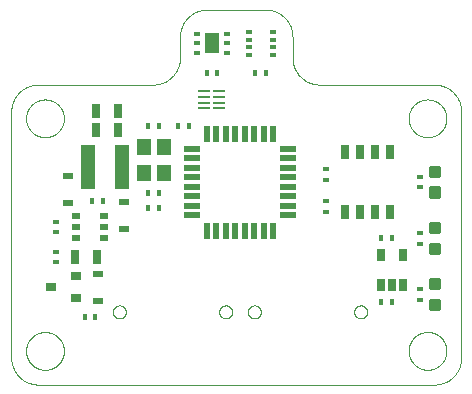
<source format=gtp>
G75*
%MOIN*%
%OFA0B0*%
%FSLAX25Y25*%
%IPPOS*%
%LPD*%
%AMOC8*
5,1,8,0,0,1.08239X$1,22.5*
%
%ADD10C,0.00000*%
%ADD11R,0.01575X0.02362*%
%ADD12R,0.02756X0.05118*%
%ADD13R,0.03268X0.02480*%
%ADD14R,0.04724X0.14567*%
%ADD15R,0.02362X0.01575*%
%ADD16R,0.05709X0.01969*%
%ADD17R,0.01969X0.05709*%
%ADD18R,0.02500X0.05000*%
%ADD19R,0.03150X0.02480*%
%ADD20R,0.04724X0.05512*%
%ADD21R,0.03543X0.03150*%
%ADD22C,0.01181*%
%ADD23R,0.02165X0.01575*%
%ADD24R,0.04921X0.06693*%
%ADD25R,0.01969X0.01378*%
%ADD26R,0.02717X0.03898*%
%ADD27R,0.03937X0.00984*%
D10*
X0014550Y0006924D02*
X0146550Y0006924D01*
X0146767Y0006927D01*
X0146985Y0006935D01*
X0147202Y0006948D01*
X0147419Y0006966D01*
X0147635Y0006990D01*
X0147850Y0007018D01*
X0148065Y0007052D01*
X0148279Y0007092D01*
X0148492Y0007136D01*
X0148704Y0007186D01*
X0148914Y0007240D01*
X0149124Y0007300D01*
X0149331Y0007364D01*
X0149537Y0007434D01*
X0149741Y0007509D01*
X0149944Y0007588D01*
X0150144Y0007673D01*
X0150343Y0007762D01*
X0150539Y0007856D01*
X0150733Y0007955D01*
X0150924Y0008058D01*
X0151113Y0008166D01*
X0151299Y0008279D01*
X0151482Y0008396D01*
X0151663Y0008517D01*
X0151840Y0008643D01*
X0152014Y0008773D01*
X0152186Y0008907D01*
X0152354Y0009045D01*
X0152518Y0009187D01*
X0152679Y0009334D01*
X0152837Y0009484D01*
X0152990Y0009637D01*
X0153140Y0009795D01*
X0153287Y0009956D01*
X0153429Y0010120D01*
X0153567Y0010288D01*
X0153701Y0010460D01*
X0153831Y0010634D01*
X0153957Y0010811D01*
X0154078Y0010992D01*
X0154195Y0011175D01*
X0154308Y0011361D01*
X0154416Y0011550D01*
X0154519Y0011741D01*
X0154618Y0011935D01*
X0154712Y0012131D01*
X0154801Y0012330D01*
X0154886Y0012530D01*
X0154965Y0012733D01*
X0155040Y0012937D01*
X0155110Y0013143D01*
X0155174Y0013350D01*
X0155234Y0013560D01*
X0155288Y0013770D01*
X0155338Y0013982D01*
X0155382Y0014195D01*
X0155422Y0014409D01*
X0155456Y0014624D01*
X0155484Y0014839D01*
X0155508Y0015055D01*
X0155526Y0015272D01*
X0155539Y0015489D01*
X0155547Y0015707D01*
X0155550Y0015924D01*
X0155550Y0097924D01*
X0155547Y0098141D01*
X0155539Y0098359D01*
X0155526Y0098576D01*
X0155508Y0098793D01*
X0155484Y0099009D01*
X0155456Y0099224D01*
X0155422Y0099439D01*
X0155382Y0099653D01*
X0155338Y0099866D01*
X0155288Y0100078D01*
X0155234Y0100288D01*
X0155174Y0100498D01*
X0155110Y0100705D01*
X0155040Y0100911D01*
X0154965Y0101115D01*
X0154886Y0101318D01*
X0154801Y0101518D01*
X0154712Y0101717D01*
X0154618Y0101913D01*
X0154519Y0102107D01*
X0154416Y0102298D01*
X0154308Y0102487D01*
X0154195Y0102673D01*
X0154078Y0102856D01*
X0153957Y0103037D01*
X0153831Y0103214D01*
X0153701Y0103388D01*
X0153567Y0103560D01*
X0153429Y0103728D01*
X0153287Y0103892D01*
X0153140Y0104053D01*
X0152990Y0104211D01*
X0152837Y0104364D01*
X0152679Y0104514D01*
X0152518Y0104661D01*
X0152354Y0104803D01*
X0152186Y0104941D01*
X0152014Y0105075D01*
X0151840Y0105205D01*
X0151663Y0105331D01*
X0151482Y0105452D01*
X0151299Y0105569D01*
X0151113Y0105682D01*
X0150924Y0105790D01*
X0150733Y0105893D01*
X0150539Y0105992D01*
X0150343Y0106086D01*
X0150144Y0106175D01*
X0149944Y0106260D01*
X0149741Y0106339D01*
X0149537Y0106414D01*
X0149331Y0106484D01*
X0149124Y0106548D01*
X0148914Y0106608D01*
X0148704Y0106662D01*
X0148492Y0106712D01*
X0148279Y0106756D01*
X0148065Y0106796D01*
X0147850Y0106830D01*
X0147635Y0106858D01*
X0147419Y0106882D01*
X0147202Y0106900D01*
X0146985Y0106913D01*
X0146767Y0106921D01*
X0146550Y0106924D01*
X0108300Y0106924D01*
X0108083Y0106927D01*
X0107865Y0106935D01*
X0107648Y0106948D01*
X0107431Y0106966D01*
X0107215Y0106990D01*
X0107000Y0107018D01*
X0106785Y0107052D01*
X0106571Y0107092D01*
X0106358Y0107136D01*
X0106146Y0107186D01*
X0105936Y0107240D01*
X0105726Y0107300D01*
X0105519Y0107364D01*
X0105313Y0107434D01*
X0105109Y0107509D01*
X0104906Y0107588D01*
X0104706Y0107673D01*
X0104507Y0107762D01*
X0104311Y0107856D01*
X0104117Y0107955D01*
X0103926Y0108058D01*
X0103737Y0108166D01*
X0103551Y0108279D01*
X0103368Y0108396D01*
X0103187Y0108517D01*
X0103010Y0108643D01*
X0102836Y0108773D01*
X0102664Y0108907D01*
X0102496Y0109045D01*
X0102332Y0109187D01*
X0102171Y0109334D01*
X0102013Y0109484D01*
X0101860Y0109637D01*
X0101710Y0109795D01*
X0101563Y0109956D01*
X0101421Y0110120D01*
X0101283Y0110288D01*
X0101149Y0110460D01*
X0101019Y0110634D01*
X0100893Y0110811D01*
X0100772Y0110992D01*
X0100655Y0111175D01*
X0100542Y0111361D01*
X0100434Y0111550D01*
X0100331Y0111741D01*
X0100232Y0111935D01*
X0100138Y0112131D01*
X0100049Y0112330D01*
X0099964Y0112530D01*
X0099885Y0112733D01*
X0099810Y0112937D01*
X0099740Y0113143D01*
X0099676Y0113350D01*
X0099616Y0113560D01*
X0099562Y0113770D01*
X0099512Y0113982D01*
X0099468Y0114195D01*
X0099428Y0114409D01*
X0099394Y0114624D01*
X0099366Y0114839D01*
X0099342Y0115055D01*
X0099324Y0115272D01*
X0099311Y0115489D01*
X0099303Y0115707D01*
X0099300Y0115924D01*
X0099300Y0122924D01*
X0099297Y0123141D01*
X0099289Y0123359D01*
X0099276Y0123576D01*
X0099258Y0123793D01*
X0099234Y0124009D01*
X0099206Y0124224D01*
X0099172Y0124439D01*
X0099132Y0124653D01*
X0099088Y0124866D01*
X0099038Y0125078D01*
X0098984Y0125288D01*
X0098924Y0125498D01*
X0098860Y0125705D01*
X0098790Y0125911D01*
X0098715Y0126115D01*
X0098636Y0126318D01*
X0098551Y0126518D01*
X0098462Y0126717D01*
X0098368Y0126913D01*
X0098269Y0127107D01*
X0098166Y0127298D01*
X0098058Y0127487D01*
X0097945Y0127673D01*
X0097828Y0127856D01*
X0097707Y0128037D01*
X0097581Y0128214D01*
X0097451Y0128388D01*
X0097317Y0128560D01*
X0097179Y0128728D01*
X0097037Y0128892D01*
X0096890Y0129053D01*
X0096740Y0129211D01*
X0096587Y0129364D01*
X0096429Y0129514D01*
X0096268Y0129661D01*
X0096104Y0129803D01*
X0095936Y0129941D01*
X0095764Y0130075D01*
X0095590Y0130205D01*
X0095413Y0130331D01*
X0095232Y0130452D01*
X0095049Y0130569D01*
X0094863Y0130682D01*
X0094674Y0130790D01*
X0094483Y0130893D01*
X0094289Y0130992D01*
X0094093Y0131086D01*
X0093894Y0131175D01*
X0093694Y0131260D01*
X0093491Y0131339D01*
X0093287Y0131414D01*
X0093081Y0131484D01*
X0092874Y0131548D01*
X0092664Y0131608D01*
X0092454Y0131662D01*
X0092242Y0131712D01*
X0092029Y0131756D01*
X0091815Y0131796D01*
X0091600Y0131830D01*
X0091385Y0131858D01*
X0091169Y0131882D01*
X0090952Y0131900D01*
X0090735Y0131913D01*
X0090517Y0131921D01*
X0090300Y0131924D01*
X0070800Y0131924D01*
X0070583Y0131921D01*
X0070365Y0131913D01*
X0070148Y0131900D01*
X0069931Y0131882D01*
X0069715Y0131858D01*
X0069500Y0131830D01*
X0069285Y0131796D01*
X0069071Y0131756D01*
X0068858Y0131712D01*
X0068646Y0131662D01*
X0068436Y0131608D01*
X0068226Y0131548D01*
X0068019Y0131484D01*
X0067813Y0131414D01*
X0067609Y0131339D01*
X0067406Y0131260D01*
X0067206Y0131175D01*
X0067007Y0131086D01*
X0066811Y0130992D01*
X0066617Y0130893D01*
X0066426Y0130790D01*
X0066237Y0130682D01*
X0066051Y0130569D01*
X0065868Y0130452D01*
X0065687Y0130331D01*
X0065510Y0130205D01*
X0065336Y0130075D01*
X0065164Y0129941D01*
X0064996Y0129803D01*
X0064832Y0129661D01*
X0064671Y0129514D01*
X0064513Y0129364D01*
X0064360Y0129211D01*
X0064210Y0129053D01*
X0064063Y0128892D01*
X0063921Y0128728D01*
X0063783Y0128560D01*
X0063649Y0128388D01*
X0063519Y0128214D01*
X0063393Y0128037D01*
X0063272Y0127856D01*
X0063155Y0127673D01*
X0063042Y0127487D01*
X0062934Y0127298D01*
X0062831Y0127107D01*
X0062732Y0126913D01*
X0062638Y0126717D01*
X0062549Y0126518D01*
X0062464Y0126318D01*
X0062385Y0126115D01*
X0062310Y0125911D01*
X0062240Y0125705D01*
X0062176Y0125498D01*
X0062116Y0125288D01*
X0062062Y0125078D01*
X0062012Y0124866D01*
X0061968Y0124653D01*
X0061928Y0124439D01*
X0061894Y0124224D01*
X0061866Y0124009D01*
X0061842Y0123793D01*
X0061824Y0123576D01*
X0061811Y0123359D01*
X0061803Y0123141D01*
X0061800Y0122924D01*
X0061800Y0115924D01*
X0061797Y0115707D01*
X0061789Y0115489D01*
X0061776Y0115272D01*
X0061758Y0115055D01*
X0061734Y0114839D01*
X0061706Y0114624D01*
X0061672Y0114409D01*
X0061632Y0114195D01*
X0061588Y0113982D01*
X0061538Y0113770D01*
X0061484Y0113560D01*
X0061424Y0113350D01*
X0061360Y0113143D01*
X0061290Y0112937D01*
X0061215Y0112733D01*
X0061136Y0112530D01*
X0061051Y0112330D01*
X0060962Y0112131D01*
X0060868Y0111935D01*
X0060769Y0111741D01*
X0060666Y0111550D01*
X0060558Y0111361D01*
X0060445Y0111175D01*
X0060328Y0110992D01*
X0060207Y0110811D01*
X0060081Y0110634D01*
X0059951Y0110460D01*
X0059817Y0110288D01*
X0059679Y0110120D01*
X0059537Y0109956D01*
X0059390Y0109795D01*
X0059240Y0109637D01*
X0059087Y0109484D01*
X0058929Y0109334D01*
X0058768Y0109187D01*
X0058604Y0109045D01*
X0058436Y0108907D01*
X0058264Y0108773D01*
X0058090Y0108643D01*
X0057913Y0108517D01*
X0057732Y0108396D01*
X0057549Y0108279D01*
X0057363Y0108166D01*
X0057174Y0108058D01*
X0056983Y0107955D01*
X0056789Y0107856D01*
X0056593Y0107762D01*
X0056394Y0107673D01*
X0056194Y0107588D01*
X0055991Y0107509D01*
X0055787Y0107434D01*
X0055581Y0107364D01*
X0055374Y0107300D01*
X0055164Y0107240D01*
X0054954Y0107186D01*
X0054742Y0107136D01*
X0054529Y0107092D01*
X0054315Y0107052D01*
X0054100Y0107018D01*
X0053885Y0106990D01*
X0053669Y0106966D01*
X0053452Y0106948D01*
X0053235Y0106935D01*
X0053017Y0106927D01*
X0052800Y0106924D01*
X0014550Y0106924D01*
X0014333Y0106921D01*
X0014115Y0106913D01*
X0013898Y0106900D01*
X0013681Y0106882D01*
X0013465Y0106858D01*
X0013250Y0106830D01*
X0013035Y0106796D01*
X0012821Y0106756D01*
X0012608Y0106712D01*
X0012396Y0106662D01*
X0012186Y0106608D01*
X0011976Y0106548D01*
X0011769Y0106484D01*
X0011563Y0106414D01*
X0011359Y0106339D01*
X0011156Y0106260D01*
X0010956Y0106175D01*
X0010757Y0106086D01*
X0010561Y0105992D01*
X0010367Y0105893D01*
X0010176Y0105790D01*
X0009987Y0105682D01*
X0009801Y0105569D01*
X0009618Y0105452D01*
X0009437Y0105331D01*
X0009260Y0105205D01*
X0009086Y0105075D01*
X0008914Y0104941D01*
X0008746Y0104803D01*
X0008582Y0104661D01*
X0008421Y0104514D01*
X0008263Y0104364D01*
X0008110Y0104211D01*
X0007960Y0104053D01*
X0007813Y0103892D01*
X0007671Y0103728D01*
X0007533Y0103560D01*
X0007399Y0103388D01*
X0007269Y0103214D01*
X0007143Y0103037D01*
X0007022Y0102856D01*
X0006905Y0102673D01*
X0006792Y0102487D01*
X0006684Y0102298D01*
X0006581Y0102107D01*
X0006482Y0101913D01*
X0006388Y0101717D01*
X0006299Y0101518D01*
X0006214Y0101318D01*
X0006135Y0101115D01*
X0006060Y0100911D01*
X0005990Y0100705D01*
X0005926Y0100498D01*
X0005866Y0100288D01*
X0005812Y0100078D01*
X0005762Y0099866D01*
X0005718Y0099653D01*
X0005678Y0099439D01*
X0005644Y0099224D01*
X0005616Y0099009D01*
X0005592Y0098793D01*
X0005574Y0098576D01*
X0005561Y0098359D01*
X0005553Y0098141D01*
X0005550Y0097924D01*
X0005550Y0015924D01*
X0005553Y0015707D01*
X0005561Y0015489D01*
X0005574Y0015272D01*
X0005592Y0015055D01*
X0005616Y0014839D01*
X0005644Y0014624D01*
X0005678Y0014409D01*
X0005718Y0014195D01*
X0005762Y0013982D01*
X0005812Y0013770D01*
X0005866Y0013560D01*
X0005926Y0013350D01*
X0005990Y0013143D01*
X0006060Y0012937D01*
X0006135Y0012733D01*
X0006214Y0012530D01*
X0006299Y0012330D01*
X0006388Y0012131D01*
X0006482Y0011935D01*
X0006581Y0011741D01*
X0006684Y0011550D01*
X0006792Y0011361D01*
X0006905Y0011175D01*
X0007022Y0010992D01*
X0007143Y0010811D01*
X0007269Y0010634D01*
X0007399Y0010460D01*
X0007533Y0010288D01*
X0007671Y0010120D01*
X0007813Y0009956D01*
X0007960Y0009795D01*
X0008110Y0009637D01*
X0008263Y0009484D01*
X0008421Y0009334D01*
X0008582Y0009187D01*
X0008746Y0009045D01*
X0008914Y0008907D01*
X0009086Y0008773D01*
X0009260Y0008643D01*
X0009437Y0008517D01*
X0009618Y0008396D01*
X0009801Y0008279D01*
X0009987Y0008166D01*
X0010176Y0008058D01*
X0010367Y0007955D01*
X0010561Y0007856D01*
X0010757Y0007762D01*
X0010956Y0007673D01*
X0011156Y0007588D01*
X0011359Y0007509D01*
X0011563Y0007434D01*
X0011769Y0007364D01*
X0011976Y0007300D01*
X0012186Y0007240D01*
X0012396Y0007186D01*
X0012608Y0007136D01*
X0012821Y0007092D01*
X0013035Y0007052D01*
X0013250Y0007018D01*
X0013465Y0006990D01*
X0013681Y0006966D01*
X0013898Y0006948D01*
X0014115Y0006935D01*
X0014333Y0006927D01*
X0014550Y0006924D01*
X0010501Y0018174D02*
X0010503Y0018332D01*
X0010509Y0018490D01*
X0010519Y0018648D01*
X0010533Y0018806D01*
X0010551Y0018963D01*
X0010572Y0019120D01*
X0010598Y0019276D01*
X0010628Y0019432D01*
X0010661Y0019587D01*
X0010699Y0019740D01*
X0010740Y0019893D01*
X0010785Y0020045D01*
X0010834Y0020196D01*
X0010887Y0020345D01*
X0010943Y0020493D01*
X0011003Y0020639D01*
X0011067Y0020784D01*
X0011135Y0020927D01*
X0011206Y0021069D01*
X0011280Y0021209D01*
X0011358Y0021346D01*
X0011440Y0021482D01*
X0011524Y0021616D01*
X0011613Y0021747D01*
X0011704Y0021876D01*
X0011799Y0022003D01*
X0011896Y0022128D01*
X0011997Y0022250D01*
X0012101Y0022369D01*
X0012208Y0022486D01*
X0012318Y0022600D01*
X0012431Y0022711D01*
X0012546Y0022820D01*
X0012664Y0022925D01*
X0012785Y0023027D01*
X0012908Y0023127D01*
X0013034Y0023223D01*
X0013162Y0023316D01*
X0013292Y0023406D01*
X0013425Y0023492D01*
X0013560Y0023576D01*
X0013696Y0023655D01*
X0013835Y0023732D01*
X0013976Y0023804D01*
X0014118Y0023874D01*
X0014262Y0023939D01*
X0014408Y0024001D01*
X0014555Y0024059D01*
X0014704Y0024114D01*
X0014854Y0024165D01*
X0015005Y0024212D01*
X0015157Y0024255D01*
X0015310Y0024294D01*
X0015465Y0024330D01*
X0015620Y0024361D01*
X0015776Y0024389D01*
X0015932Y0024413D01*
X0016089Y0024433D01*
X0016247Y0024449D01*
X0016404Y0024461D01*
X0016563Y0024469D01*
X0016721Y0024473D01*
X0016879Y0024473D01*
X0017037Y0024469D01*
X0017196Y0024461D01*
X0017353Y0024449D01*
X0017511Y0024433D01*
X0017668Y0024413D01*
X0017824Y0024389D01*
X0017980Y0024361D01*
X0018135Y0024330D01*
X0018290Y0024294D01*
X0018443Y0024255D01*
X0018595Y0024212D01*
X0018746Y0024165D01*
X0018896Y0024114D01*
X0019045Y0024059D01*
X0019192Y0024001D01*
X0019338Y0023939D01*
X0019482Y0023874D01*
X0019624Y0023804D01*
X0019765Y0023732D01*
X0019904Y0023655D01*
X0020040Y0023576D01*
X0020175Y0023492D01*
X0020308Y0023406D01*
X0020438Y0023316D01*
X0020566Y0023223D01*
X0020692Y0023127D01*
X0020815Y0023027D01*
X0020936Y0022925D01*
X0021054Y0022820D01*
X0021169Y0022711D01*
X0021282Y0022600D01*
X0021392Y0022486D01*
X0021499Y0022369D01*
X0021603Y0022250D01*
X0021704Y0022128D01*
X0021801Y0022003D01*
X0021896Y0021876D01*
X0021987Y0021747D01*
X0022076Y0021616D01*
X0022160Y0021482D01*
X0022242Y0021346D01*
X0022320Y0021209D01*
X0022394Y0021069D01*
X0022465Y0020927D01*
X0022533Y0020784D01*
X0022597Y0020639D01*
X0022657Y0020493D01*
X0022713Y0020345D01*
X0022766Y0020196D01*
X0022815Y0020045D01*
X0022860Y0019893D01*
X0022901Y0019740D01*
X0022939Y0019587D01*
X0022972Y0019432D01*
X0023002Y0019276D01*
X0023028Y0019120D01*
X0023049Y0018963D01*
X0023067Y0018806D01*
X0023081Y0018648D01*
X0023091Y0018490D01*
X0023097Y0018332D01*
X0023099Y0018174D01*
X0023097Y0018016D01*
X0023091Y0017858D01*
X0023081Y0017700D01*
X0023067Y0017542D01*
X0023049Y0017385D01*
X0023028Y0017228D01*
X0023002Y0017072D01*
X0022972Y0016916D01*
X0022939Y0016761D01*
X0022901Y0016608D01*
X0022860Y0016455D01*
X0022815Y0016303D01*
X0022766Y0016152D01*
X0022713Y0016003D01*
X0022657Y0015855D01*
X0022597Y0015709D01*
X0022533Y0015564D01*
X0022465Y0015421D01*
X0022394Y0015279D01*
X0022320Y0015139D01*
X0022242Y0015002D01*
X0022160Y0014866D01*
X0022076Y0014732D01*
X0021987Y0014601D01*
X0021896Y0014472D01*
X0021801Y0014345D01*
X0021704Y0014220D01*
X0021603Y0014098D01*
X0021499Y0013979D01*
X0021392Y0013862D01*
X0021282Y0013748D01*
X0021169Y0013637D01*
X0021054Y0013528D01*
X0020936Y0013423D01*
X0020815Y0013321D01*
X0020692Y0013221D01*
X0020566Y0013125D01*
X0020438Y0013032D01*
X0020308Y0012942D01*
X0020175Y0012856D01*
X0020040Y0012772D01*
X0019904Y0012693D01*
X0019765Y0012616D01*
X0019624Y0012544D01*
X0019482Y0012474D01*
X0019338Y0012409D01*
X0019192Y0012347D01*
X0019045Y0012289D01*
X0018896Y0012234D01*
X0018746Y0012183D01*
X0018595Y0012136D01*
X0018443Y0012093D01*
X0018290Y0012054D01*
X0018135Y0012018D01*
X0017980Y0011987D01*
X0017824Y0011959D01*
X0017668Y0011935D01*
X0017511Y0011915D01*
X0017353Y0011899D01*
X0017196Y0011887D01*
X0017037Y0011879D01*
X0016879Y0011875D01*
X0016721Y0011875D01*
X0016563Y0011879D01*
X0016404Y0011887D01*
X0016247Y0011899D01*
X0016089Y0011915D01*
X0015932Y0011935D01*
X0015776Y0011959D01*
X0015620Y0011987D01*
X0015465Y0012018D01*
X0015310Y0012054D01*
X0015157Y0012093D01*
X0015005Y0012136D01*
X0014854Y0012183D01*
X0014704Y0012234D01*
X0014555Y0012289D01*
X0014408Y0012347D01*
X0014262Y0012409D01*
X0014118Y0012474D01*
X0013976Y0012544D01*
X0013835Y0012616D01*
X0013696Y0012693D01*
X0013560Y0012772D01*
X0013425Y0012856D01*
X0013292Y0012942D01*
X0013162Y0013032D01*
X0013034Y0013125D01*
X0012908Y0013221D01*
X0012785Y0013321D01*
X0012664Y0013423D01*
X0012546Y0013528D01*
X0012431Y0013637D01*
X0012318Y0013748D01*
X0012208Y0013862D01*
X0012101Y0013979D01*
X0011997Y0014098D01*
X0011896Y0014220D01*
X0011799Y0014345D01*
X0011704Y0014472D01*
X0011613Y0014601D01*
X0011524Y0014732D01*
X0011440Y0014866D01*
X0011358Y0015002D01*
X0011280Y0015139D01*
X0011206Y0015279D01*
X0011135Y0015421D01*
X0011067Y0015564D01*
X0011003Y0015709D01*
X0010943Y0015855D01*
X0010887Y0016003D01*
X0010834Y0016152D01*
X0010785Y0016303D01*
X0010740Y0016455D01*
X0010699Y0016608D01*
X0010661Y0016761D01*
X0010628Y0016916D01*
X0010598Y0017072D01*
X0010572Y0017228D01*
X0010551Y0017385D01*
X0010533Y0017542D01*
X0010519Y0017700D01*
X0010509Y0017858D01*
X0010503Y0018016D01*
X0010501Y0018174D01*
X0039418Y0031156D02*
X0039420Y0031249D01*
X0039426Y0031341D01*
X0039436Y0031433D01*
X0039450Y0031524D01*
X0039467Y0031615D01*
X0039489Y0031705D01*
X0039514Y0031794D01*
X0039543Y0031882D01*
X0039576Y0031968D01*
X0039613Y0032053D01*
X0039653Y0032137D01*
X0039697Y0032218D01*
X0039744Y0032298D01*
X0039794Y0032376D01*
X0039848Y0032451D01*
X0039905Y0032524D01*
X0039965Y0032594D01*
X0040028Y0032662D01*
X0040094Y0032727D01*
X0040162Y0032789D01*
X0040233Y0032849D01*
X0040307Y0032905D01*
X0040383Y0032958D01*
X0040461Y0033007D01*
X0040541Y0033054D01*
X0040623Y0033096D01*
X0040707Y0033136D01*
X0040792Y0033171D01*
X0040879Y0033203D01*
X0040967Y0033232D01*
X0041056Y0033256D01*
X0041146Y0033277D01*
X0041237Y0033293D01*
X0041329Y0033306D01*
X0041421Y0033315D01*
X0041514Y0033320D01*
X0041606Y0033321D01*
X0041699Y0033318D01*
X0041791Y0033311D01*
X0041883Y0033300D01*
X0041974Y0033285D01*
X0042065Y0033267D01*
X0042155Y0033244D01*
X0042243Y0033218D01*
X0042331Y0033188D01*
X0042417Y0033154D01*
X0042501Y0033117D01*
X0042584Y0033075D01*
X0042665Y0033031D01*
X0042745Y0032983D01*
X0042822Y0032932D01*
X0042896Y0032877D01*
X0042969Y0032819D01*
X0043039Y0032759D01*
X0043106Y0032695D01*
X0043170Y0032629D01*
X0043232Y0032559D01*
X0043290Y0032488D01*
X0043345Y0032414D01*
X0043397Y0032337D01*
X0043446Y0032258D01*
X0043492Y0032178D01*
X0043534Y0032095D01*
X0043572Y0032011D01*
X0043607Y0031925D01*
X0043638Y0031838D01*
X0043665Y0031750D01*
X0043688Y0031660D01*
X0043708Y0031570D01*
X0043724Y0031479D01*
X0043736Y0031387D01*
X0043744Y0031295D01*
X0043748Y0031202D01*
X0043748Y0031110D01*
X0043744Y0031017D01*
X0043736Y0030925D01*
X0043724Y0030833D01*
X0043708Y0030742D01*
X0043688Y0030652D01*
X0043665Y0030562D01*
X0043638Y0030474D01*
X0043607Y0030387D01*
X0043572Y0030301D01*
X0043534Y0030217D01*
X0043492Y0030134D01*
X0043446Y0030054D01*
X0043397Y0029975D01*
X0043345Y0029898D01*
X0043290Y0029824D01*
X0043232Y0029753D01*
X0043170Y0029683D01*
X0043106Y0029617D01*
X0043039Y0029553D01*
X0042969Y0029493D01*
X0042896Y0029435D01*
X0042822Y0029380D01*
X0042745Y0029329D01*
X0042666Y0029281D01*
X0042584Y0029237D01*
X0042501Y0029195D01*
X0042417Y0029158D01*
X0042331Y0029124D01*
X0042243Y0029094D01*
X0042155Y0029068D01*
X0042065Y0029045D01*
X0041974Y0029027D01*
X0041883Y0029012D01*
X0041791Y0029001D01*
X0041699Y0028994D01*
X0041606Y0028991D01*
X0041514Y0028992D01*
X0041421Y0028997D01*
X0041329Y0029006D01*
X0041237Y0029019D01*
X0041146Y0029035D01*
X0041056Y0029056D01*
X0040967Y0029080D01*
X0040879Y0029109D01*
X0040792Y0029141D01*
X0040707Y0029176D01*
X0040623Y0029216D01*
X0040541Y0029258D01*
X0040461Y0029305D01*
X0040383Y0029354D01*
X0040307Y0029407D01*
X0040233Y0029463D01*
X0040162Y0029523D01*
X0040094Y0029585D01*
X0040028Y0029650D01*
X0039965Y0029718D01*
X0039905Y0029788D01*
X0039848Y0029861D01*
X0039794Y0029936D01*
X0039744Y0030014D01*
X0039697Y0030094D01*
X0039653Y0030175D01*
X0039613Y0030259D01*
X0039576Y0030344D01*
X0039543Y0030430D01*
X0039514Y0030518D01*
X0039489Y0030607D01*
X0039467Y0030697D01*
X0039450Y0030788D01*
X0039436Y0030879D01*
X0039426Y0030971D01*
X0039420Y0031063D01*
X0039418Y0031156D01*
X0074852Y0031156D02*
X0074854Y0031249D01*
X0074860Y0031341D01*
X0074870Y0031433D01*
X0074884Y0031524D01*
X0074901Y0031615D01*
X0074923Y0031705D01*
X0074948Y0031794D01*
X0074977Y0031882D01*
X0075010Y0031968D01*
X0075047Y0032053D01*
X0075087Y0032137D01*
X0075131Y0032218D01*
X0075178Y0032298D01*
X0075228Y0032376D01*
X0075282Y0032451D01*
X0075339Y0032524D01*
X0075399Y0032594D01*
X0075462Y0032662D01*
X0075528Y0032727D01*
X0075596Y0032789D01*
X0075667Y0032849D01*
X0075741Y0032905D01*
X0075817Y0032958D01*
X0075895Y0033007D01*
X0075975Y0033054D01*
X0076057Y0033096D01*
X0076141Y0033136D01*
X0076226Y0033171D01*
X0076313Y0033203D01*
X0076401Y0033232D01*
X0076490Y0033256D01*
X0076580Y0033277D01*
X0076671Y0033293D01*
X0076763Y0033306D01*
X0076855Y0033315D01*
X0076948Y0033320D01*
X0077040Y0033321D01*
X0077133Y0033318D01*
X0077225Y0033311D01*
X0077317Y0033300D01*
X0077408Y0033285D01*
X0077499Y0033267D01*
X0077589Y0033244D01*
X0077677Y0033218D01*
X0077765Y0033188D01*
X0077851Y0033154D01*
X0077935Y0033117D01*
X0078018Y0033075D01*
X0078099Y0033031D01*
X0078179Y0032983D01*
X0078256Y0032932D01*
X0078330Y0032877D01*
X0078403Y0032819D01*
X0078473Y0032759D01*
X0078540Y0032695D01*
X0078604Y0032629D01*
X0078666Y0032559D01*
X0078724Y0032488D01*
X0078779Y0032414D01*
X0078831Y0032337D01*
X0078880Y0032258D01*
X0078926Y0032178D01*
X0078968Y0032095D01*
X0079006Y0032011D01*
X0079041Y0031925D01*
X0079072Y0031838D01*
X0079099Y0031750D01*
X0079122Y0031660D01*
X0079142Y0031570D01*
X0079158Y0031479D01*
X0079170Y0031387D01*
X0079178Y0031295D01*
X0079182Y0031202D01*
X0079182Y0031110D01*
X0079178Y0031017D01*
X0079170Y0030925D01*
X0079158Y0030833D01*
X0079142Y0030742D01*
X0079122Y0030652D01*
X0079099Y0030562D01*
X0079072Y0030474D01*
X0079041Y0030387D01*
X0079006Y0030301D01*
X0078968Y0030217D01*
X0078926Y0030134D01*
X0078880Y0030054D01*
X0078831Y0029975D01*
X0078779Y0029898D01*
X0078724Y0029824D01*
X0078666Y0029753D01*
X0078604Y0029683D01*
X0078540Y0029617D01*
X0078473Y0029553D01*
X0078403Y0029493D01*
X0078330Y0029435D01*
X0078256Y0029380D01*
X0078179Y0029329D01*
X0078100Y0029281D01*
X0078018Y0029237D01*
X0077935Y0029195D01*
X0077851Y0029158D01*
X0077765Y0029124D01*
X0077677Y0029094D01*
X0077589Y0029068D01*
X0077499Y0029045D01*
X0077408Y0029027D01*
X0077317Y0029012D01*
X0077225Y0029001D01*
X0077133Y0028994D01*
X0077040Y0028991D01*
X0076948Y0028992D01*
X0076855Y0028997D01*
X0076763Y0029006D01*
X0076671Y0029019D01*
X0076580Y0029035D01*
X0076490Y0029056D01*
X0076401Y0029080D01*
X0076313Y0029109D01*
X0076226Y0029141D01*
X0076141Y0029176D01*
X0076057Y0029216D01*
X0075975Y0029258D01*
X0075895Y0029305D01*
X0075817Y0029354D01*
X0075741Y0029407D01*
X0075667Y0029463D01*
X0075596Y0029523D01*
X0075528Y0029585D01*
X0075462Y0029650D01*
X0075399Y0029718D01*
X0075339Y0029788D01*
X0075282Y0029861D01*
X0075228Y0029936D01*
X0075178Y0030014D01*
X0075131Y0030094D01*
X0075087Y0030175D01*
X0075047Y0030259D01*
X0075010Y0030344D01*
X0074977Y0030430D01*
X0074948Y0030518D01*
X0074923Y0030607D01*
X0074901Y0030697D01*
X0074884Y0030788D01*
X0074870Y0030879D01*
X0074860Y0030971D01*
X0074854Y0031063D01*
X0074852Y0031156D01*
X0084418Y0031156D02*
X0084420Y0031249D01*
X0084426Y0031341D01*
X0084436Y0031433D01*
X0084450Y0031524D01*
X0084467Y0031615D01*
X0084489Y0031705D01*
X0084514Y0031794D01*
X0084543Y0031882D01*
X0084576Y0031968D01*
X0084613Y0032053D01*
X0084653Y0032137D01*
X0084697Y0032218D01*
X0084744Y0032298D01*
X0084794Y0032376D01*
X0084848Y0032451D01*
X0084905Y0032524D01*
X0084965Y0032594D01*
X0085028Y0032662D01*
X0085094Y0032727D01*
X0085162Y0032789D01*
X0085233Y0032849D01*
X0085307Y0032905D01*
X0085383Y0032958D01*
X0085461Y0033007D01*
X0085541Y0033054D01*
X0085623Y0033096D01*
X0085707Y0033136D01*
X0085792Y0033171D01*
X0085879Y0033203D01*
X0085967Y0033232D01*
X0086056Y0033256D01*
X0086146Y0033277D01*
X0086237Y0033293D01*
X0086329Y0033306D01*
X0086421Y0033315D01*
X0086514Y0033320D01*
X0086606Y0033321D01*
X0086699Y0033318D01*
X0086791Y0033311D01*
X0086883Y0033300D01*
X0086974Y0033285D01*
X0087065Y0033267D01*
X0087155Y0033244D01*
X0087243Y0033218D01*
X0087331Y0033188D01*
X0087417Y0033154D01*
X0087501Y0033117D01*
X0087584Y0033075D01*
X0087665Y0033031D01*
X0087745Y0032983D01*
X0087822Y0032932D01*
X0087896Y0032877D01*
X0087969Y0032819D01*
X0088039Y0032759D01*
X0088106Y0032695D01*
X0088170Y0032629D01*
X0088232Y0032559D01*
X0088290Y0032488D01*
X0088345Y0032414D01*
X0088397Y0032337D01*
X0088446Y0032258D01*
X0088492Y0032178D01*
X0088534Y0032095D01*
X0088572Y0032011D01*
X0088607Y0031925D01*
X0088638Y0031838D01*
X0088665Y0031750D01*
X0088688Y0031660D01*
X0088708Y0031570D01*
X0088724Y0031479D01*
X0088736Y0031387D01*
X0088744Y0031295D01*
X0088748Y0031202D01*
X0088748Y0031110D01*
X0088744Y0031017D01*
X0088736Y0030925D01*
X0088724Y0030833D01*
X0088708Y0030742D01*
X0088688Y0030652D01*
X0088665Y0030562D01*
X0088638Y0030474D01*
X0088607Y0030387D01*
X0088572Y0030301D01*
X0088534Y0030217D01*
X0088492Y0030134D01*
X0088446Y0030054D01*
X0088397Y0029975D01*
X0088345Y0029898D01*
X0088290Y0029824D01*
X0088232Y0029753D01*
X0088170Y0029683D01*
X0088106Y0029617D01*
X0088039Y0029553D01*
X0087969Y0029493D01*
X0087896Y0029435D01*
X0087822Y0029380D01*
X0087745Y0029329D01*
X0087666Y0029281D01*
X0087584Y0029237D01*
X0087501Y0029195D01*
X0087417Y0029158D01*
X0087331Y0029124D01*
X0087243Y0029094D01*
X0087155Y0029068D01*
X0087065Y0029045D01*
X0086974Y0029027D01*
X0086883Y0029012D01*
X0086791Y0029001D01*
X0086699Y0028994D01*
X0086606Y0028991D01*
X0086514Y0028992D01*
X0086421Y0028997D01*
X0086329Y0029006D01*
X0086237Y0029019D01*
X0086146Y0029035D01*
X0086056Y0029056D01*
X0085967Y0029080D01*
X0085879Y0029109D01*
X0085792Y0029141D01*
X0085707Y0029176D01*
X0085623Y0029216D01*
X0085541Y0029258D01*
X0085461Y0029305D01*
X0085383Y0029354D01*
X0085307Y0029407D01*
X0085233Y0029463D01*
X0085162Y0029523D01*
X0085094Y0029585D01*
X0085028Y0029650D01*
X0084965Y0029718D01*
X0084905Y0029788D01*
X0084848Y0029861D01*
X0084794Y0029936D01*
X0084744Y0030014D01*
X0084697Y0030094D01*
X0084653Y0030175D01*
X0084613Y0030259D01*
X0084576Y0030344D01*
X0084543Y0030430D01*
X0084514Y0030518D01*
X0084489Y0030607D01*
X0084467Y0030697D01*
X0084450Y0030788D01*
X0084436Y0030879D01*
X0084426Y0030971D01*
X0084420Y0031063D01*
X0084418Y0031156D01*
X0119852Y0031156D02*
X0119854Y0031249D01*
X0119860Y0031341D01*
X0119870Y0031433D01*
X0119884Y0031524D01*
X0119901Y0031615D01*
X0119923Y0031705D01*
X0119948Y0031794D01*
X0119977Y0031882D01*
X0120010Y0031968D01*
X0120047Y0032053D01*
X0120087Y0032137D01*
X0120131Y0032218D01*
X0120178Y0032298D01*
X0120228Y0032376D01*
X0120282Y0032451D01*
X0120339Y0032524D01*
X0120399Y0032594D01*
X0120462Y0032662D01*
X0120528Y0032727D01*
X0120596Y0032789D01*
X0120667Y0032849D01*
X0120741Y0032905D01*
X0120817Y0032958D01*
X0120895Y0033007D01*
X0120975Y0033054D01*
X0121057Y0033096D01*
X0121141Y0033136D01*
X0121226Y0033171D01*
X0121313Y0033203D01*
X0121401Y0033232D01*
X0121490Y0033256D01*
X0121580Y0033277D01*
X0121671Y0033293D01*
X0121763Y0033306D01*
X0121855Y0033315D01*
X0121948Y0033320D01*
X0122040Y0033321D01*
X0122133Y0033318D01*
X0122225Y0033311D01*
X0122317Y0033300D01*
X0122408Y0033285D01*
X0122499Y0033267D01*
X0122589Y0033244D01*
X0122677Y0033218D01*
X0122765Y0033188D01*
X0122851Y0033154D01*
X0122935Y0033117D01*
X0123018Y0033075D01*
X0123099Y0033031D01*
X0123179Y0032983D01*
X0123256Y0032932D01*
X0123330Y0032877D01*
X0123403Y0032819D01*
X0123473Y0032759D01*
X0123540Y0032695D01*
X0123604Y0032629D01*
X0123666Y0032559D01*
X0123724Y0032488D01*
X0123779Y0032414D01*
X0123831Y0032337D01*
X0123880Y0032258D01*
X0123926Y0032178D01*
X0123968Y0032095D01*
X0124006Y0032011D01*
X0124041Y0031925D01*
X0124072Y0031838D01*
X0124099Y0031750D01*
X0124122Y0031660D01*
X0124142Y0031570D01*
X0124158Y0031479D01*
X0124170Y0031387D01*
X0124178Y0031295D01*
X0124182Y0031202D01*
X0124182Y0031110D01*
X0124178Y0031017D01*
X0124170Y0030925D01*
X0124158Y0030833D01*
X0124142Y0030742D01*
X0124122Y0030652D01*
X0124099Y0030562D01*
X0124072Y0030474D01*
X0124041Y0030387D01*
X0124006Y0030301D01*
X0123968Y0030217D01*
X0123926Y0030134D01*
X0123880Y0030054D01*
X0123831Y0029975D01*
X0123779Y0029898D01*
X0123724Y0029824D01*
X0123666Y0029753D01*
X0123604Y0029683D01*
X0123540Y0029617D01*
X0123473Y0029553D01*
X0123403Y0029493D01*
X0123330Y0029435D01*
X0123256Y0029380D01*
X0123179Y0029329D01*
X0123100Y0029281D01*
X0123018Y0029237D01*
X0122935Y0029195D01*
X0122851Y0029158D01*
X0122765Y0029124D01*
X0122677Y0029094D01*
X0122589Y0029068D01*
X0122499Y0029045D01*
X0122408Y0029027D01*
X0122317Y0029012D01*
X0122225Y0029001D01*
X0122133Y0028994D01*
X0122040Y0028991D01*
X0121948Y0028992D01*
X0121855Y0028997D01*
X0121763Y0029006D01*
X0121671Y0029019D01*
X0121580Y0029035D01*
X0121490Y0029056D01*
X0121401Y0029080D01*
X0121313Y0029109D01*
X0121226Y0029141D01*
X0121141Y0029176D01*
X0121057Y0029216D01*
X0120975Y0029258D01*
X0120895Y0029305D01*
X0120817Y0029354D01*
X0120741Y0029407D01*
X0120667Y0029463D01*
X0120596Y0029523D01*
X0120528Y0029585D01*
X0120462Y0029650D01*
X0120399Y0029718D01*
X0120339Y0029788D01*
X0120282Y0029861D01*
X0120228Y0029936D01*
X0120178Y0030014D01*
X0120131Y0030094D01*
X0120087Y0030175D01*
X0120047Y0030259D01*
X0120010Y0030344D01*
X0119977Y0030430D01*
X0119948Y0030518D01*
X0119923Y0030607D01*
X0119901Y0030697D01*
X0119884Y0030788D01*
X0119870Y0030879D01*
X0119860Y0030971D01*
X0119854Y0031063D01*
X0119852Y0031156D01*
X0138001Y0018174D02*
X0138003Y0018332D01*
X0138009Y0018490D01*
X0138019Y0018648D01*
X0138033Y0018806D01*
X0138051Y0018963D01*
X0138072Y0019120D01*
X0138098Y0019276D01*
X0138128Y0019432D01*
X0138161Y0019587D01*
X0138199Y0019740D01*
X0138240Y0019893D01*
X0138285Y0020045D01*
X0138334Y0020196D01*
X0138387Y0020345D01*
X0138443Y0020493D01*
X0138503Y0020639D01*
X0138567Y0020784D01*
X0138635Y0020927D01*
X0138706Y0021069D01*
X0138780Y0021209D01*
X0138858Y0021346D01*
X0138940Y0021482D01*
X0139024Y0021616D01*
X0139113Y0021747D01*
X0139204Y0021876D01*
X0139299Y0022003D01*
X0139396Y0022128D01*
X0139497Y0022250D01*
X0139601Y0022369D01*
X0139708Y0022486D01*
X0139818Y0022600D01*
X0139931Y0022711D01*
X0140046Y0022820D01*
X0140164Y0022925D01*
X0140285Y0023027D01*
X0140408Y0023127D01*
X0140534Y0023223D01*
X0140662Y0023316D01*
X0140792Y0023406D01*
X0140925Y0023492D01*
X0141060Y0023576D01*
X0141196Y0023655D01*
X0141335Y0023732D01*
X0141476Y0023804D01*
X0141618Y0023874D01*
X0141762Y0023939D01*
X0141908Y0024001D01*
X0142055Y0024059D01*
X0142204Y0024114D01*
X0142354Y0024165D01*
X0142505Y0024212D01*
X0142657Y0024255D01*
X0142810Y0024294D01*
X0142965Y0024330D01*
X0143120Y0024361D01*
X0143276Y0024389D01*
X0143432Y0024413D01*
X0143589Y0024433D01*
X0143747Y0024449D01*
X0143904Y0024461D01*
X0144063Y0024469D01*
X0144221Y0024473D01*
X0144379Y0024473D01*
X0144537Y0024469D01*
X0144696Y0024461D01*
X0144853Y0024449D01*
X0145011Y0024433D01*
X0145168Y0024413D01*
X0145324Y0024389D01*
X0145480Y0024361D01*
X0145635Y0024330D01*
X0145790Y0024294D01*
X0145943Y0024255D01*
X0146095Y0024212D01*
X0146246Y0024165D01*
X0146396Y0024114D01*
X0146545Y0024059D01*
X0146692Y0024001D01*
X0146838Y0023939D01*
X0146982Y0023874D01*
X0147124Y0023804D01*
X0147265Y0023732D01*
X0147404Y0023655D01*
X0147540Y0023576D01*
X0147675Y0023492D01*
X0147808Y0023406D01*
X0147938Y0023316D01*
X0148066Y0023223D01*
X0148192Y0023127D01*
X0148315Y0023027D01*
X0148436Y0022925D01*
X0148554Y0022820D01*
X0148669Y0022711D01*
X0148782Y0022600D01*
X0148892Y0022486D01*
X0148999Y0022369D01*
X0149103Y0022250D01*
X0149204Y0022128D01*
X0149301Y0022003D01*
X0149396Y0021876D01*
X0149487Y0021747D01*
X0149576Y0021616D01*
X0149660Y0021482D01*
X0149742Y0021346D01*
X0149820Y0021209D01*
X0149894Y0021069D01*
X0149965Y0020927D01*
X0150033Y0020784D01*
X0150097Y0020639D01*
X0150157Y0020493D01*
X0150213Y0020345D01*
X0150266Y0020196D01*
X0150315Y0020045D01*
X0150360Y0019893D01*
X0150401Y0019740D01*
X0150439Y0019587D01*
X0150472Y0019432D01*
X0150502Y0019276D01*
X0150528Y0019120D01*
X0150549Y0018963D01*
X0150567Y0018806D01*
X0150581Y0018648D01*
X0150591Y0018490D01*
X0150597Y0018332D01*
X0150599Y0018174D01*
X0150597Y0018016D01*
X0150591Y0017858D01*
X0150581Y0017700D01*
X0150567Y0017542D01*
X0150549Y0017385D01*
X0150528Y0017228D01*
X0150502Y0017072D01*
X0150472Y0016916D01*
X0150439Y0016761D01*
X0150401Y0016608D01*
X0150360Y0016455D01*
X0150315Y0016303D01*
X0150266Y0016152D01*
X0150213Y0016003D01*
X0150157Y0015855D01*
X0150097Y0015709D01*
X0150033Y0015564D01*
X0149965Y0015421D01*
X0149894Y0015279D01*
X0149820Y0015139D01*
X0149742Y0015002D01*
X0149660Y0014866D01*
X0149576Y0014732D01*
X0149487Y0014601D01*
X0149396Y0014472D01*
X0149301Y0014345D01*
X0149204Y0014220D01*
X0149103Y0014098D01*
X0148999Y0013979D01*
X0148892Y0013862D01*
X0148782Y0013748D01*
X0148669Y0013637D01*
X0148554Y0013528D01*
X0148436Y0013423D01*
X0148315Y0013321D01*
X0148192Y0013221D01*
X0148066Y0013125D01*
X0147938Y0013032D01*
X0147808Y0012942D01*
X0147675Y0012856D01*
X0147540Y0012772D01*
X0147404Y0012693D01*
X0147265Y0012616D01*
X0147124Y0012544D01*
X0146982Y0012474D01*
X0146838Y0012409D01*
X0146692Y0012347D01*
X0146545Y0012289D01*
X0146396Y0012234D01*
X0146246Y0012183D01*
X0146095Y0012136D01*
X0145943Y0012093D01*
X0145790Y0012054D01*
X0145635Y0012018D01*
X0145480Y0011987D01*
X0145324Y0011959D01*
X0145168Y0011935D01*
X0145011Y0011915D01*
X0144853Y0011899D01*
X0144696Y0011887D01*
X0144537Y0011879D01*
X0144379Y0011875D01*
X0144221Y0011875D01*
X0144063Y0011879D01*
X0143904Y0011887D01*
X0143747Y0011899D01*
X0143589Y0011915D01*
X0143432Y0011935D01*
X0143276Y0011959D01*
X0143120Y0011987D01*
X0142965Y0012018D01*
X0142810Y0012054D01*
X0142657Y0012093D01*
X0142505Y0012136D01*
X0142354Y0012183D01*
X0142204Y0012234D01*
X0142055Y0012289D01*
X0141908Y0012347D01*
X0141762Y0012409D01*
X0141618Y0012474D01*
X0141476Y0012544D01*
X0141335Y0012616D01*
X0141196Y0012693D01*
X0141060Y0012772D01*
X0140925Y0012856D01*
X0140792Y0012942D01*
X0140662Y0013032D01*
X0140534Y0013125D01*
X0140408Y0013221D01*
X0140285Y0013321D01*
X0140164Y0013423D01*
X0140046Y0013528D01*
X0139931Y0013637D01*
X0139818Y0013748D01*
X0139708Y0013862D01*
X0139601Y0013979D01*
X0139497Y0014098D01*
X0139396Y0014220D01*
X0139299Y0014345D01*
X0139204Y0014472D01*
X0139113Y0014601D01*
X0139024Y0014732D01*
X0138940Y0014866D01*
X0138858Y0015002D01*
X0138780Y0015139D01*
X0138706Y0015279D01*
X0138635Y0015421D01*
X0138567Y0015564D01*
X0138503Y0015709D01*
X0138443Y0015855D01*
X0138387Y0016003D01*
X0138334Y0016152D01*
X0138285Y0016303D01*
X0138240Y0016455D01*
X0138199Y0016608D01*
X0138161Y0016761D01*
X0138128Y0016916D01*
X0138098Y0017072D01*
X0138072Y0017228D01*
X0138051Y0017385D01*
X0138033Y0017542D01*
X0138019Y0017700D01*
X0138009Y0017858D01*
X0138003Y0018016D01*
X0138001Y0018174D01*
X0138001Y0095674D02*
X0138003Y0095832D01*
X0138009Y0095990D01*
X0138019Y0096148D01*
X0138033Y0096306D01*
X0138051Y0096463D01*
X0138072Y0096620D01*
X0138098Y0096776D01*
X0138128Y0096932D01*
X0138161Y0097087D01*
X0138199Y0097240D01*
X0138240Y0097393D01*
X0138285Y0097545D01*
X0138334Y0097696D01*
X0138387Y0097845D01*
X0138443Y0097993D01*
X0138503Y0098139D01*
X0138567Y0098284D01*
X0138635Y0098427D01*
X0138706Y0098569D01*
X0138780Y0098709D01*
X0138858Y0098846D01*
X0138940Y0098982D01*
X0139024Y0099116D01*
X0139113Y0099247D01*
X0139204Y0099376D01*
X0139299Y0099503D01*
X0139396Y0099628D01*
X0139497Y0099750D01*
X0139601Y0099869D01*
X0139708Y0099986D01*
X0139818Y0100100D01*
X0139931Y0100211D01*
X0140046Y0100320D01*
X0140164Y0100425D01*
X0140285Y0100527D01*
X0140408Y0100627D01*
X0140534Y0100723D01*
X0140662Y0100816D01*
X0140792Y0100906D01*
X0140925Y0100992D01*
X0141060Y0101076D01*
X0141196Y0101155D01*
X0141335Y0101232D01*
X0141476Y0101304D01*
X0141618Y0101374D01*
X0141762Y0101439D01*
X0141908Y0101501D01*
X0142055Y0101559D01*
X0142204Y0101614D01*
X0142354Y0101665D01*
X0142505Y0101712D01*
X0142657Y0101755D01*
X0142810Y0101794D01*
X0142965Y0101830D01*
X0143120Y0101861D01*
X0143276Y0101889D01*
X0143432Y0101913D01*
X0143589Y0101933D01*
X0143747Y0101949D01*
X0143904Y0101961D01*
X0144063Y0101969D01*
X0144221Y0101973D01*
X0144379Y0101973D01*
X0144537Y0101969D01*
X0144696Y0101961D01*
X0144853Y0101949D01*
X0145011Y0101933D01*
X0145168Y0101913D01*
X0145324Y0101889D01*
X0145480Y0101861D01*
X0145635Y0101830D01*
X0145790Y0101794D01*
X0145943Y0101755D01*
X0146095Y0101712D01*
X0146246Y0101665D01*
X0146396Y0101614D01*
X0146545Y0101559D01*
X0146692Y0101501D01*
X0146838Y0101439D01*
X0146982Y0101374D01*
X0147124Y0101304D01*
X0147265Y0101232D01*
X0147404Y0101155D01*
X0147540Y0101076D01*
X0147675Y0100992D01*
X0147808Y0100906D01*
X0147938Y0100816D01*
X0148066Y0100723D01*
X0148192Y0100627D01*
X0148315Y0100527D01*
X0148436Y0100425D01*
X0148554Y0100320D01*
X0148669Y0100211D01*
X0148782Y0100100D01*
X0148892Y0099986D01*
X0148999Y0099869D01*
X0149103Y0099750D01*
X0149204Y0099628D01*
X0149301Y0099503D01*
X0149396Y0099376D01*
X0149487Y0099247D01*
X0149576Y0099116D01*
X0149660Y0098982D01*
X0149742Y0098846D01*
X0149820Y0098709D01*
X0149894Y0098569D01*
X0149965Y0098427D01*
X0150033Y0098284D01*
X0150097Y0098139D01*
X0150157Y0097993D01*
X0150213Y0097845D01*
X0150266Y0097696D01*
X0150315Y0097545D01*
X0150360Y0097393D01*
X0150401Y0097240D01*
X0150439Y0097087D01*
X0150472Y0096932D01*
X0150502Y0096776D01*
X0150528Y0096620D01*
X0150549Y0096463D01*
X0150567Y0096306D01*
X0150581Y0096148D01*
X0150591Y0095990D01*
X0150597Y0095832D01*
X0150599Y0095674D01*
X0150597Y0095516D01*
X0150591Y0095358D01*
X0150581Y0095200D01*
X0150567Y0095042D01*
X0150549Y0094885D01*
X0150528Y0094728D01*
X0150502Y0094572D01*
X0150472Y0094416D01*
X0150439Y0094261D01*
X0150401Y0094108D01*
X0150360Y0093955D01*
X0150315Y0093803D01*
X0150266Y0093652D01*
X0150213Y0093503D01*
X0150157Y0093355D01*
X0150097Y0093209D01*
X0150033Y0093064D01*
X0149965Y0092921D01*
X0149894Y0092779D01*
X0149820Y0092639D01*
X0149742Y0092502D01*
X0149660Y0092366D01*
X0149576Y0092232D01*
X0149487Y0092101D01*
X0149396Y0091972D01*
X0149301Y0091845D01*
X0149204Y0091720D01*
X0149103Y0091598D01*
X0148999Y0091479D01*
X0148892Y0091362D01*
X0148782Y0091248D01*
X0148669Y0091137D01*
X0148554Y0091028D01*
X0148436Y0090923D01*
X0148315Y0090821D01*
X0148192Y0090721D01*
X0148066Y0090625D01*
X0147938Y0090532D01*
X0147808Y0090442D01*
X0147675Y0090356D01*
X0147540Y0090272D01*
X0147404Y0090193D01*
X0147265Y0090116D01*
X0147124Y0090044D01*
X0146982Y0089974D01*
X0146838Y0089909D01*
X0146692Y0089847D01*
X0146545Y0089789D01*
X0146396Y0089734D01*
X0146246Y0089683D01*
X0146095Y0089636D01*
X0145943Y0089593D01*
X0145790Y0089554D01*
X0145635Y0089518D01*
X0145480Y0089487D01*
X0145324Y0089459D01*
X0145168Y0089435D01*
X0145011Y0089415D01*
X0144853Y0089399D01*
X0144696Y0089387D01*
X0144537Y0089379D01*
X0144379Y0089375D01*
X0144221Y0089375D01*
X0144063Y0089379D01*
X0143904Y0089387D01*
X0143747Y0089399D01*
X0143589Y0089415D01*
X0143432Y0089435D01*
X0143276Y0089459D01*
X0143120Y0089487D01*
X0142965Y0089518D01*
X0142810Y0089554D01*
X0142657Y0089593D01*
X0142505Y0089636D01*
X0142354Y0089683D01*
X0142204Y0089734D01*
X0142055Y0089789D01*
X0141908Y0089847D01*
X0141762Y0089909D01*
X0141618Y0089974D01*
X0141476Y0090044D01*
X0141335Y0090116D01*
X0141196Y0090193D01*
X0141060Y0090272D01*
X0140925Y0090356D01*
X0140792Y0090442D01*
X0140662Y0090532D01*
X0140534Y0090625D01*
X0140408Y0090721D01*
X0140285Y0090821D01*
X0140164Y0090923D01*
X0140046Y0091028D01*
X0139931Y0091137D01*
X0139818Y0091248D01*
X0139708Y0091362D01*
X0139601Y0091479D01*
X0139497Y0091598D01*
X0139396Y0091720D01*
X0139299Y0091845D01*
X0139204Y0091972D01*
X0139113Y0092101D01*
X0139024Y0092232D01*
X0138940Y0092366D01*
X0138858Y0092502D01*
X0138780Y0092639D01*
X0138706Y0092779D01*
X0138635Y0092921D01*
X0138567Y0093064D01*
X0138503Y0093209D01*
X0138443Y0093355D01*
X0138387Y0093503D01*
X0138334Y0093652D01*
X0138285Y0093803D01*
X0138240Y0093955D01*
X0138199Y0094108D01*
X0138161Y0094261D01*
X0138128Y0094416D01*
X0138098Y0094572D01*
X0138072Y0094728D01*
X0138051Y0094885D01*
X0138033Y0095042D01*
X0138019Y0095200D01*
X0138009Y0095358D01*
X0138003Y0095516D01*
X0138001Y0095674D01*
X0010501Y0095674D02*
X0010503Y0095832D01*
X0010509Y0095990D01*
X0010519Y0096148D01*
X0010533Y0096306D01*
X0010551Y0096463D01*
X0010572Y0096620D01*
X0010598Y0096776D01*
X0010628Y0096932D01*
X0010661Y0097087D01*
X0010699Y0097240D01*
X0010740Y0097393D01*
X0010785Y0097545D01*
X0010834Y0097696D01*
X0010887Y0097845D01*
X0010943Y0097993D01*
X0011003Y0098139D01*
X0011067Y0098284D01*
X0011135Y0098427D01*
X0011206Y0098569D01*
X0011280Y0098709D01*
X0011358Y0098846D01*
X0011440Y0098982D01*
X0011524Y0099116D01*
X0011613Y0099247D01*
X0011704Y0099376D01*
X0011799Y0099503D01*
X0011896Y0099628D01*
X0011997Y0099750D01*
X0012101Y0099869D01*
X0012208Y0099986D01*
X0012318Y0100100D01*
X0012431Y0100211D01*
X0012546Y0100320D01*
X0012664Y0100425D01*
X0012785Y0100527D01*
X0012908Y0100627D01*
X0013034Y0100723D01*
X0013162Y0100816D01*
X0013292Y0100906D01*
X0013425Y0100992D01*
X0013560Y0101076D01*
X0013696Y0101155D01*
X0013835Y0101232D01*
X0013976Y0101304D01*
X0014118Y0101374D01*
X0014262Y0101439D01*
X0014408Y0101501D01*
X0014555Y0101559D01*
X0014704Y0101614D01*
X0014854Y0101665D01*
X0015005Y0101712D01*
X0015157Y0101755D01*
X0015310Y0101794D01*
X0015465Y0101830D01*
X0015620Y0101861D01*
X0015776Y0101889D01*
X0015932Y0101913D01*
X0016089Y0101933D01*
X0016247Y0101949D01*
X0016404Y0101961D01*
X0016563Y0101969D01*
X0016721Y0101973D01*
X0016879Y0101973D01*
X0017037Y0101969D01*
X0017196Y0101961D01*
X0017353Y0101949D01*
X0017511Y0101933D01*
X0017668Y0101913D01*
X0017824Y0101889D01*
X0017980Y0101861D01*
X0018135Y0101830D01*
X0018290Y0101794D01*
X0018443Y0101755D01*
X0018595Y0101712D01*
X0018746Y0101665D01*
X0018896Y0101614D01*
X0019045Y0101559D01*
X0019192Y0101501D01*
X0019338Y0101439D01*
X0019482Y0101374D01*
X0019624Y0101304D01*
X0019765Y0101232D01*
X0019904Y0101155D01*
X0020040Y0101076D01*
X0020175Y0100992D01*
X0020308Y0100906D01*
X0020438Y0100816D01*
X0020566Y0100723D01*
X0020692Y0100627D01*
X0020815Y0100527D01*
X0020936Y0100425D01*
X0021054Y0100320D01*
X0021169Y0100211D01*
X0021282Y0100100D01*
X0021392Y0099986D01*
X0021499Y0099869D01*
X0021603Y0099750D01*
X0021704Y0099628D01*
X0021801Y0099503D01*
X0021896Y0099376D01*
X0021987Y0099247D01*
X0022076Y0099116D01*
X0022160Y0098982D01*
X0022242Y0098846D01*
X0022320Y0098709D01*
X0022394Y0098569D01*
X0022465Y0098427D01*
X0022533Y0098284D01*
X0022597Y0098139D01*
X0022657Y0097993D01*
X0022713Y0097845D01*
X0022766Y0097696D01*
X0022815Y0097545D01*
X0022860Y0097393D01*
X0022901Y0097240D01*
X0022939Y0097087D01*
X0022972Y0096932D01*
X0023002Y0096776D01*
X0023028Y0096620D01*
X0023049Y0096463D01*
X0023067Y0096306D01*
X0023081Y0096148D01*
X0023091Y0095990D01*
X0023097Y0095832D01*
X0023099Y0095674D01*
X0023097Y0095516D01*
X0023091Y0095358D01*
X0023081Y0095200D01*
X0023067Y0095042D01*
X0023049Y0094885D01*
X0023028Y0094728D01*
X0023002Y0094572D01*
X0022972Y0094416D01*
X0022939Y0094261D01*
X0022901Y0094108D01*
X0022860Y0093955D01*
X0022815Y0093803D01*
X0022766Y0093652D01*
X0022713Y0093503D01*
X0022657Y0093355D01*
X0022597Y0093209D01*
X0022533Y0093064D01*
X0022465Y0092921D01*
X0022394Y0092779D01*
X0022320Y0092639D01*
X0022242Y0092502D01*
X0022160Y0092366D01*
X0022076Y0092232D01*
X0021987Y0092101D01*
X0021896Y0091972D01*
X0021801Y0091845D01*
X0021704Y0091720D01*
X0021603Y0091598D01*
X0021499Y0091479D01*
X0021392Y0091362D01*
X0021282Y0091248D01*
X0021169Y0091137D01*
X0021054Y0091028D01*
X0020936Y0090923D01*
X0020815Y0090821D01*
X0020692Y0090721D01*
X0020566Y0090625D01*
X0020438Y0090532D01*
X0020308Y0090442D01*
X0020175Y0090356D01*
X0020040Y0090272D01*
X0019904Y0090193D01*
X0019765Y0090116D01*
X0019624Y0090044D01*
X0019482Y0089974D01*
X0019338Y0089909D01*
X0019192Y0089847D01*
X0019045Y0089789D01*
X0018896Y0089734D01*
X0018746Y0089683D01*
X0018595Y0089636D01*
X0018443Y0089593D01*
X0018290Y0089554D01*
X0018135Y0089518D01*
X0017980Y0089487D01*
X0017824Y0089459D01*
X0017668Y0089435D01*
X0017511Y0089415D01*
X0017353Y0089399D01*
X0017196Y0089387D01*
X0017037Y0089379D01*
X0016879Y0089375D01*
X0016721Y0089375D01*
X0016563Y0089379D01*
X0016404Y0089387D01*
X0016247Y0089399D01*
X0016089Y0089415D01*
X0015932Y0089435D01*
X0015776Y0089459D01*
X0015620Y0089487D01*
X0015465Y0089518D01*
X0015310Y0089554D01*
X0015157Y0089593D01*
X0015005Y0089636D01*
X0014854Y0089683D01*
X0014704Y0089734D01*
X0014555Y0089789D01*
X0014408Y0089847D01*
X0014262Y0089909D01*
X0014118Y0089974D01*
X0013976Y0090044D01*
X0013835Y0090116D01*
X0013696Y0090193D01*
X0013560Y0090272D01*
X0013425Y0090356D01*
X0013292Y0090442D01*
X0013162Y0090532D01*
X0013034Y0090625D01*
X0012908Y0090721D01*
X0012785Y0090821D01*
X0012664Y0090923D01*
X0012546Y0091028D01*
X0012431Y0091137D01*
X0012318Y0091248D01*
X0012208Y0091362D01*
X0012101Y0091479D01*
X0011997Y0091598D01*
X0011896Y0091720D01*
X0011799Y0091845D01*
X0011704Y0091972D01*
X0011613Y0092101D01*
X0011524Y0092232D01*
X0011440Y0092366D01*
X0011358Y0092502D01*
X0011280Y0092639D01*
X0011206Y0092779D01*
X0011135Y0092921D01*
X0011067Y0093064D01*
X0011003Y0093209D01*
X0010943Y0093355D01*
X0010887Y0093503D01*
X0010834Y0093652D01*
X0010785Y0093803D01*
X0010740Y0093955D01*
X0010699Y0094108D01*
X0010661Y0094261D01*
X0010628Y0094416D01*
X0010598Y0094572D01*
X0010572Y0094728D01*
X0010551Y0094885D01*
X0010533Y0095042D01*
X0010519Y0095200D01*
X0010509Y0095358D01*
X0010503Y0095516D01*
X0010501Y0095674D01*
D11*
X0032528Y0068174D03*
X0036072Y0068174D03*
X0051278Y0065674D03*
X0054822Y0065674D03*
X0054822Y0070674D03*
X0051278Y0070674D03*
X0051278Y0093174D03*
X0054822Y0093174D03*
X0061278Y0093174D03*
X0064822Y0093174D03*
X0070653Y0110674D03*
X0074197Y0110674D03*
X0086903Y0110674D03*
X0090447Y0110674D03*
X0128778Y0055674D03*
X0132322Y0055674D03*
X0132322Y0034424D03*
X0128778Y0034424D03*
X0033572Y0029424D03*
X0030028Y0029424D03*
D12*
X0026810Y0049424D03*
X0034290Y0049424D03*
X0033685Y0091924D03*
X0033685Y0098174D03*
X0041165Y0098174D03*
X0041165Y0091924D03*
D13*
X0024300Y0076452D03*
X0024300Y0067396D03*
X0043050Y0067702D03*
X0043050Y0058646D03*
X0034300Y0043952D03*
X0034300Y0034896D03*
D14*
X0031288Y0079424D03*
X0042312Y0079424D03*
D15*
X0020550Y0061196D03*
X0020550Y0057652D03*
X0020550Y0051196D03*
X0020550Y0047652D03*
X0110550Y0064527D03*
X0110550Y0068071D03*
X0110550Y0075152D03*
X0110550Y0078696D03*
X0141800Y0076196D03*
X0141800Y0072652D03*
X0141800Y0057446D03*
X0141800Y0053902D03*
X0141800Y0038696D03*
X0141800Y0035152D03*
D16*
X0097942Y0063400D03*
X0097942Y0066550D03*
X0097942Y0069700D03*
X0097942Y0072849D03*
X0097942Y0075999D03*
X0097942Y0079148D03*
X0097942Y0082298D03*
X0097942Y0085448D03*
X0065658Y0085448D03*
X0065658Y0082298D03*
X0065658Y0079148D03*
X0065658Y0075999D03*
X0065658Y0072849D03*
X0065658Y0069700D03*
X0065658Y0066550D03*
X0065658Y0063400D03*
D17*
X0070776Y0058282D03*
X0073926Y0058282D03*
X0077076Y0058282D03*
X0080225Y0058282D03*
X0083375Y0058282D03*
X0086524Y0058282D03*
X0089674Y0058282D03*
X0092824Y0058282D03*
X0092824Y0090566D03*
X0089674Y0090566D03*
X0086524Y0090566D03*
X0083375Y0090566D03*
X0080225Y0090566D03*
X0077076Y0090566D03*
X0073926Y0090566D03*
X0070776Y0090566D03*
D18*
X0116800Y0084424D03*
X0121800Y0084424D03*
X0126800Y0084424D03*
X0131800Y0084424D03*
X0131800Y0064424D03*
X0126800Y0064424D03*
X0121800Y0064424D03*
X0116800Y0064424D03*
D19*
X0036524Y0063164D03*
X0036524Y0059424D03*
X0036524Y0055684D03*
X0027076Y0055684D03*
X0027076Y0059424D03*
X0027076Y0063164D03*
D20*
X0049704Y0077593D03*
X0056396Y0077593D03*
X0056396Y0086255D03*
X0049704Y0086255D03*
D21*
X0026987Y0043164D03*
X0026987Y0035684D03*
X0018719Y0039424D03*
D22*
X0145422Y0038999D02*
X0148178Y0038999D01*
X0145422Y0038999D02*
X0145422Y0041755D01*
X0148178Y0041755D01*
X0148178Y0038999D01*
X0148178Y0040121D02*
X0145422Y0040121D01*
X0145422Y0041243D02*
X0148178Y0041243D01*
X0148178Y0032093D02*
X0145422Y0032093D01*
X0145422Y0034849D01*
X0148178Y0034849D01*
X0148178Y0032093D01*
X0148178Y0033215D02*
X0145422Y0033215D01*
X0145422Y0034337D02*
X0148178Y0034337D01*
X0148178Y0050843D02*
X0145422Y0050843D01*
X0145422Y0053599D01*
X0148178Y0053599D01*
X0148178Y0050843D01*
X0148178Y0051965D02*
X0145422Y0051965D01*
X0145422Y0053087D02*
X0148178Y0053087D01*
X0148178Y0057749D02*
X0145422Y0057749D01*
X0145422Y0060505D01*
X0148178Y0060505D01*
X0148178Y0057749D01*
X0148178Y0058871D02*
X0145422Y0058871D01*
X0145422Y0059993D02*
X0148178Y0059993D01*
X0148178Y0069593D02*
X0145422Y0069593D01*
X0145422Y0072349D01*
X0148178Y0072349D01*
X0148178Y0069593D01*
X0148178Y0070715D02*
X0145422Y0070715D01*
X0145422Y0071837D02*
X0148178Y0071837D01*
X0148178Y0076499D02*
X0145422Y0076499D01*
X0145422Y0079255D01*
X0148178Y0079255D01*
X0148178Y0076499D01*
X0148178Y0077621D02*
X0145422Y0077621D01*
X0145422Y0078743D02*
X0148178Y0078743D01*
D23*
X0077346Y0117524D03*
X0077346Y0120674D03*
X0077346Y0123824D03*
X0067504Y0123824D03*
X0067504Y0120674D03*
X0067504Y0117524D03*
D24*
X0072425Y0120674D03*
D25*
X0084640Y0119394D03*
X0084640Y0121954D03*
X0084640Y0124513D03*
X0084640Y0116835D03*
X0092710Y0116835D03*
X0092710Y0119394D03*
X0092710Y0121954D03*
X0092710Y0124513D03*
D26*
X0128685Y0050167D03*
X0136165Y0050167D03*
X0136165Y0039970D03*
X0132425Y0039970D03*
X0128685Y0039970D03*
D27*
X0074886Y0098971D03*
X0074886Y0100940D03*
X0074886Y0102908D03*
X0074886Y0104877D03*
X0069964Y0104877D03*
X0069964Y0102908D03*
X0069964Y0100940D03*
X0069964Y0098971D03*
M02*

</source>
